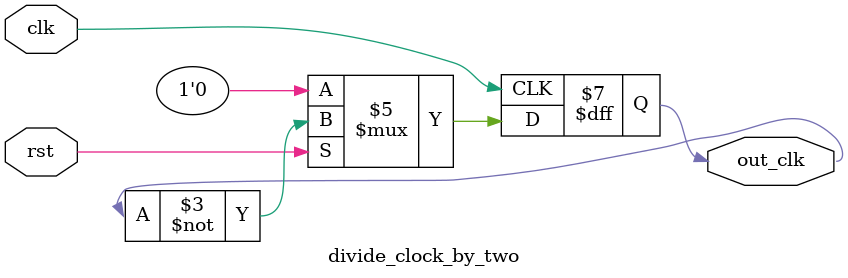
<source format=sv>
module divide_clock_by_two( clk, rst, out_clk );

output reg out_clk;
input clk;
input rst;

always @(posedge clk) begin
	if (~rst)
		  out_clk <= 1'b0;
	else
		  out_clk <= ~out_clk;	
end

endmodule
 
</source>
